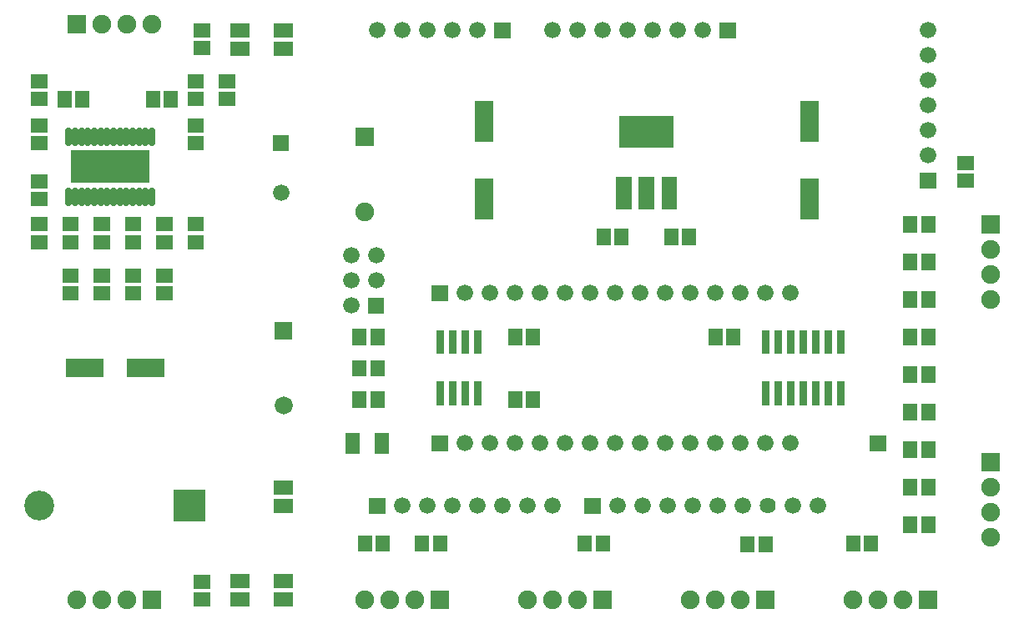
<source format=gbr>
G04 start of page 5 for group -4063 idx -4063 *
G04 Title: (unknown), componentmask *
G04 Creator: pcb 4.0.2 *
G04 CreationDate: Wed Apr  1 14:15:11 2020 UTC *
G04 For: shyam *
G04 Format: Gerber/RS-274X *
G04 PCB-Dimensions (mil): 4100.00 2500.00 *
G04 PCB-Coordinate-Origin: lower left *
%MOIN*%
%FSLAX25Y25*%
%LNTOPMASK*%
%ADD98C,0.0257*%
%ADD97C,0.0257*%
%ADD96C,0.0720*%
%ADD95C,0.0640*%
%ADD94C,0.0750*%
%ADD93C,0.1190*%
%ADD92C,0.0001*%
%ADD91C,0.0660*%
G54D91*X271000Y47500D03*
G54D92*G36*
X237700Y50800D02*Y44200D01*
X244300D01*
Y50800D01*
X237700D01*
G37*
G54D91*X251000Y47500D03*
X261000D03*
G54D92*G36*
X151700Y50800D02*Y44200D01*
X158300D01*
Y50800D01*
X151700D01*
G37*
G54D91*X165000Y47500D03*
X175000D03*
X185000D03*
X195000D03*
X205000D03*
X215000D03*
X225000D03*
G54D92*G36*
X73650Y53850D02*Y41150D01*
X86350D01*
Y53850D01*
X73650D01*
G37*
G54D93*X20000Y47500D03*
G54D92*G36*
X176250Y13750D02*Y6250D01*
X183750D01*
Y13750D01*
X176250D01*
G37*
G54D94*X170000Y10000D03*
X160000D03*
X150000D03*
G54D92*G36*
X241250Y13750D02*Y6250D01*
X248750D01*
Y13750D01*
X241250D01*
G37*
G54D94*X235000Y10000D03*
X225000D03*
X215000D03*
G54D92*G36*
X61250Y13750D02*Y6250D01*
X68750D01*
Y13750D01*
X61250D01*
G37*
G54D94*X55000Y10000D03*
X45000D03*
X35000D03*
G54D91*X210000Y72500D03*
X220000D03*
X230000D03*
X240000D03*
X250000D03*
G54D92*G36*
X176700Y75800D02*Y69200D01*
X183300D01*
Y75800D01*
X176700D01*
G37*
G54D91*X190000Y72500D03*
X200000D03*
X260000D03*
X270000D03*
G54D92*G36*
X396250Y68750D02*Y61250D01*
X403750D01*
Y68750D01*
X396250D01*
G37*
G36*
X351700Y75800D02*Y69200D01*
X358300D01*
Y75800D01*
X351700D01*
G37*
G54D94*X400000Y55000D03*
Y45000D03*
Y35000D03*
G54D92*G36*
X371250Y13750D02*Y6250D01*
X378750D01*
Y13750D01*
X371250D01*
G37*
G54D94*X365000Y10000D03*
X355000D03*
X345000D03*
G54D92*G36*
X176700Y135800D02*Y129200D01*
X183300D01*
Y135800D01*
X176700D01*
G37*
G54D91*X190000Y132500D03*
X200000D03*
X210000D03*
X220000D03*
X230000D03*
X320000D03*
X240000D03*
X250000D03*
X260000D03*
X270000D03*
X280000D03*
X290000D03*
X300000D03*
X310000D03*
G54D92*G36*
X306250Y13750D02*Y6250D01*
X313750D01*
Y13750D01*
X306250D01*
G37*
G54D94*X300000Y10000D03*
X290000D03*
X280000D03*
G54D95*X311000Y47500D03*
G54D91*X281000D03*
X301000D03*
X291000D03*
X331000D03*
X321000D03*
X280000Y72500D03*
X290000D03*
X300000D03*
X310000D03*
X320000D03*
G54D92*G36*
X396250Y163750D02*Y156250D01*
X403750D01*
Y163750D01*
X396250D01*
G37*
G36*
X371700Y180800D02*Y174200D01*
X378300D01*
Y180800D01*
X371700D01*
G37*
G54D94*X400000Y150000D03*
Y140000D03*
Y130000D03*
G54D91*X375000Y187500D03*
Y197500D03*
Y207500D03*
Y217500D03*
Y227500D03*
Y237500D03*
G54D92*G36*
X291700Y240800D02*Y234200D01*
X298300D01*
Y240800D01*
X291700D01*
G37*
G54D91*X285000Y237500D03*
X275000D03*
X265000D03*
X255000D03*
X245000D03*
X235000D03*
X225000D03*
G54D92*G36*
X201700Y240800D02*Y234200D01*
X208300D01*
Y240800D01*
X201700D01*
G37*
G54D91*X154500Y137500D03*
X144500D03*
X154500Y147500D03*
X144500D03*
G54D92*G36*
X151200Y130800D02*Y124200D01*
X157800D01*
Y130800D01*
X151200D01*
G37*
G54D91*X144500Y127500D03*
G54D92*G36*
X113900Y121100D02*Y113900D01*
X121100D01*
Y121100D01*
X113900D01*
G37*
G54D96*X117500Y87500D03*
G54D94*X150000Y165000D03*
G54D91*X195000Y237500D03*
X185000D03*
X175000D03*
X165000D03*
X155000D03*
G54D92*G36*
X31250Y243750D02*Y236250D01*
X38750D01*
Y243750D01*
X31250D01*
G37*
G54D94*X45000Y240000D03*
X55000D03*
X65000D03*
G54D92*G36*
X146250Y198750D02*Y191250D01*
X153750D01*
Y198750D01*
X146250D01*
G37*
G36*
X113200Y195800D02*Y189200D01*
X119800D01*
Y195800D01*
X113200D01*
G37*
G54D91*X116500Y172500D03*
G54D97*X48367Y187323D03*
X44037D03*
X52697Y178663D03*
Y182993D03*
Y187323D03*
X57028Y178663D03*
Y182993D03*
Y187323D03*
X44037Y178663D03*
X39706D03*
Y182993D03*
X44037D03*
X39706Y187323D03*
X48367Y182993D03*
Y178663D03*
G54D92*G36*
X182859Y35752D02*X177141D01*
Y29248D01*
X182859D01*
Y35752D01*
G37*
G36*
X175773D02*X170055D01*
Y29248D01*
X175773D01*
Y35752D01*
G37*
G36*
X240773D02*X235055D01*
Y29248D01*
X240773D01*
Y35752D01*
G37*
G36*
X247859D02*X242141D01*
Y29248D01*
X247859D01*
Y35752D01*
G37*
G36*
X159945D02*X154227D01*
Y29248D01*
X159945D01*
Y35752D01*
G37*
G36*
X152859D02*X147141D01*
Y29248D01*
X152859D01*
Y35752D01*
G37*
G36*
X113650Y50350D02*Y44650D01*
X121350D01*
Y50350D01*
X113650D01*
G37*
G36*
X96150Y12850D02*Y7150D01*
X103850D01*
Y12850D01*
X96150D01*
G37*
G36*
Y20250D02*Y14550D01*
X103850D01*
Y20250D01*
X96150D01*
G37*
G36*
X81748Y12859D02*Y7141D01*
X88252D01*
Y12859D01*
X81748D01*
G37*
G36*
Y19945D02*Y14227D01*
X88252D01*
Y19945D01*
X81748D01*
G37*
G36*
X113650Y12850D02*Y7150D01*
X121350D01*
Y12850D01*
X113650D01*
G37*
G36*
Y20250D02*Y14550D01*
X121350D01*
Y20250D01*
X113650D01*
G37*
G36*
X212859Y93252D02*X207141D01*
Y86748D01*
X212859D01*
Y93252D01*
G37*
G36*
X219945D02*X214227D01*
Y86748D01*
X219945D01*
Y93252D01*
G37*
G36*
Y118252D02*X214227D01*
Y111748D01*
X219945D01*
Y118252D01*
G37*
G36*
X212859D02*X207141D01*
Y111748D01*
X212859D01*
Y118252D01*
G37*
G36*
X201165Y178192D02*X193835D01*
Y161807D01*
X201165D01*
Y178192D01*
G37*
G36*
Y209293D02*X193835D01*
Y192908D01*
X201165D01*
Y209293D01*
G37*
G36*
X255359Y158252D02*X249641D01*
Y151748D01*
X255359D01*
Y158252D01*
G37*
G36*
X248273D02*X242555D01*
Y151748D01*
X248273D01*
Y158252D01*
G37*
G36*
X275359D02*X269641D01*
Y151748D01*
X275359D01*
Y158252D01*
G37*
G36*
X282445D02*X276727D01*
Y151748D01*
X282445D01*
Y158252D01*
G37*
G36*
X292859Y118252D02*X287141D01*
Y111748D01*
X292859D01*
Y118252D01*
G37*
G36*
X299945D02*X294227D01*
Y111748D01*
X299945D01*
Y118252D01*
G37*
G36*
X256600Y178900D02*X250400D01*
Y166100D01*
X256600D01*
Y178900D01*
G37*
G36*
X265600D02*X259400D01*
Y166100D01*
X265600D01*
Y178900D01*
G37*
G36*
X274700D02*X268500D01*
Y166100D01*
X274700D01*
Y178900D01*
G37*
G36*
X251600Y203300D02*Y190500D01*
X273400D01*
Y203300D01*
X251600D01*
G37*
G36*
X113650Y57750D02*Y52050D01*
X121350D01*
Y57750D01*
X113650D01*
G37*
G36*
X305773Y35359D02*X300055D01*
Y28855D01*
X305773D01*
Y35359D01*
G37*
G36*
X157859Y93252D02*X152141D01*
Y86748D01*
X157859D01*
Y93252D01*
G37*
G36*
Y105752D02*X152141D01*
Y99248D01*
X157859D01*
Y105752D01*
G37*
G36*
Y118252D02*X152141D01*
Y111748D01*
X157859D01*
Y118252D01*
G37*
G36*
X159669Y76540D02*X153951D01*
Y68460D01*
X159669D01*
Y76540D01*
G37*
G36*
X150773Y93252D02*X145055D01*
Y86748D01*
X150773D01*
Y93252D01*
G37*
G36*
Y105752D02*X145055D01*
Y99248D01*
X150773D01*
Y105752D01*
G37*
G36*
Y118252D02*X145055D01*
Y111748D01*
X150773D01*
Y118252D01*
G37*
G36*
X147859Y76540D02*X142141D01*
Y68460D01*
X147859D01*
Y76540D01*
G37*
G36*
X181500Y97250D02*X178500D01*
Y87750D01*
X181500D01*
Y97250D01*
G37*
G36*
X186500D02*X183500D01*
Y87750D01*
X186500D01*
Y97250D01*
G37*
G36*
X191500D02*X188500D01*
Y87750D01*
X191500D01*
Y97250D01*
G37*
G36*
X196500D02*X193500D01*
Y87750D01*
X196500D01*
Y97250D01*
G37*
G36*
Y117750D02*X193500D01*
Y108250D01*
X196500D01*
Y117750D01*
G37*
G36*
X191500D02*X188500D01*
Y108250D01*
X191500D01*
Y117750D01*
G37*
G36*
X186500D02*X183500D01*
Y108250D01*
X186500D01*
Y117750D01*
G37*
G36*
X181500D02*X178500D01*
Y108250D01*
X181500D01*
Y117750D01*
G37*
G36*
X377859Y58252D02*X372141D01*
Y51748D01*
X377859D01*
Y58252D01*
G37*
G36*
X370773D02*X365055D01*
Y51748D01*
X370773D01*
Y58252D01*
G37*
G36*
Y73252D02*X365055D01*
Y66748D01*
X370773D01*
Y73252D01*
G37*
G36*
X377859D02*X372141D01*
Y66748D01*
X377859D01*
Y73252D01*
G37*
G36*
Y43252D02*X372141D01*
Y36748D01*
X377859D01*
Y43252D01*
G37*
G36*
X370773D02*X365055D01*
Y36748D01*
X370773D01*
Y43252D01*
G37*
G36*
X347859Y35752D02*X342141D01*
Y29248D01*
X347859D01*
Y35752D01*
G37*
G36*
X354945D02*X349227D01*
Y29248D01*
X354945D01*
Y35752D01*
G37*
G36*
X312859Y35359D02*X307141D01*
Y28855D01*
X312859D01*
Y35359D01*
G37*
G36*
X370773Y163252D02*X365055D01*
Y156748D01*
X370773D01*
Y163252D01*
G37*
G36*
X377859D02*X372141D01*
Y156748D01*
X377859D01*
Y163252D01*
G37*
G36*
Y148252D02*X372141D01*
Y141748D01*
X377859D01*
Y148252D01*
G37*
G36*
X370773D02*X365055D01*
Y141748D01*
X370773D01*
Y148252D01*
G37*
G36*
X377859Y133252D02*X372141D01*
Y126748D01*
X377859D01*
Y133252D01*
G37*
G36*
X370773D02*X365055D01*
Y126748D01*
X370773D01*
Y133252D01*
G37*
G36*
X386748Y180359D02*Y174641D01*
X393252D01*
Y180359D01*
X386748D01*
G37*
G36*
Y187445D02*Y181727D01*
X393252D01*
Y187445D01*
X386748D01*
G37*
G36*
X377859Y88252D02*X372141D01*
Y81748D01*
X377859D01*
Y88252D01*
G37*
G36*
X370773D02*X365055D01*
Y81748D01*
X370773D01*
Y88252D01*
G37*
G36*
X377859Y103252D02*X372141D01*
Y96748D01*
X377859D01*
Y103252D01*
G37*
G36*
X370773D02*X365055D01*
Y96748D01*
X370773D01*
Y103252D01*
G37*
G36*
X377859Y118252D02*X372141D01*
Y111748D01*
X377859D01*
Y118252D01*
G37*
G36*
X370773D02*X365055D01*
Y111748D01*
X370773D01*
Y118252D01*
G37*
G36*
X311500Y97250D02*X308500D01*
Y87750D01*
X311500D01*
Y97250D01*
G37*
G36*
X316500D02*X313500D01*
Y87750D01*
X316500D01*
Y97250D01*
G37*
G36*
X321500D02*X318500D01*
Y87750D01*
X321500D01*
Y97250D01*
G37*
G36*
X326500D02*X323500D01*
Y87750D01*
X326500D01*
Y97250D01*
G37*
G36*
X331500D02*X328500D01*
Y87750D01*
X331500D01*
Y97250D01*
G37*
G36*
X336500D02*X333500D01*
Y87750D01*
X336500D01*
Y97250D01*
G37*
G36*
X341500D02*X338500D01*
Y87750D01*
X341500D01*
Y97250D01*
G37*
G36*
Y117750D02*X338500D01*
Y108250D01*
X341500D01*
Y117750D01*
G37*
G36*
X336500D02*X333500D01*
Y108250D01*
X336500D01*
Y117750D01*
G37*
G36*
X331500D02*X328500D01*
Y108250D01*
X331500D01*
Y117750D01*
G37*
G36*
X326500D02*X323500D01*
Y108250D01*
X326500D01*
Y117750D01*
G37*
G36*
X321500D02*X318500D01*
Y108250D01*
X321500D01*
Y117750D01*
G37*
G36*
X316500D02*X313500D01*
Y108250D01*
X316500D01*
Y117750D01*
G37*
G36*
X311500D02*X308500D01*
Y108250D01*
X311500D01*
Y117750D01*
G37*
G36*
X331165Y178192D02*X323835D01*
Y161807D01*
X331165D01*
Y178192D01*
G37*
G36*
Y209293D02*X323835D01*
Y192908D01*
X331165D01*
Y209293D01*
G37*
G36*
X68273Y213252D02*X62555D01*
Y206748D01*
X68273D01*
Y213252D01*
G37*
G36*
X75359D02*X69641D01*
Y206748D01*
X75359D01*
Y213252D01*
G37*
G36*
X16748Y219945D02*Y214227D01*
X23252D01*
Y219945D01*
X16748D01*
G37*
G36*
Y212859D02*Y207141D01*
X23252D01*
Y212859D01*
X16748D01*
G37*
G36*
X32859Y213252D02*X27141D01*
Y206748D01*
X32859D01*
Y213252D01*
G37*
G36*
X39945D02*X34227D01*
Y206748D01*
X39945D01*
Y213252D01*
G37*
G36*
X91748Y219945D02*Y214227D01*
X98252D01*
Y219945D01*
X91748D01*
G37*
G36*
Y212859D02*Y207141D01*
X98252D01*
Y212859D01*
X91748D01*
G37*
G36*
X79248Y219945D02*Y214227D01*
X85752D01*
Y219945D01*
X79248D01*
G37*
G36*
X113650Y232950D02*Y227250D01*
X121350D01*
Y232950D01*
X113650D01*
G37*
G36*
X96150D02*Y227250D01*
X103850D01*
Y232950D01*
X96150D01*
G37*
G36*
X81748Y233273D02*Y227555D01*
X88252D01*
Y233273D01*
X81748D01*
G37*
G36*
X113650Y240350D02*Y234650D01*
X121350D01*
Y240350D01*
X113650D01*
G37*
G36*
X96150D02*Y234650D01*
X103850D01*
Y240350D01*
X96150D01*
G37*
G36*
X81748Y240359D02*Y234641D01*
X88252D01*
Y240359D01*
X81748D01*
G37*
G36*
X16748Y195359D02*Y189641D01*
X23252D01*
Y195359D01*
X16748D01*
G37*
G36*
Y202445D02*Y196727D01*
X23252D01*
Y202445D01*
X16748D01*
G37*
G36*
X79248Y212859D02*Y207141D01*
X85752D01*
Y212859D01*
X79248D01*
G37*
G36*
Y202445D02*Y196727D01*
X85752D01*
Y202445D01*
X79248D01*
G37*
G36*
Y195359D02*Y189641D01*
X85752D01*
Y195359D01*
X79248D01*
G37*
G54D98*X31734Y197264D02*Y192737D01*
X34293Y197264D02*Y192737D01*
X36852Y197264D02*Y192737D01*
X39411Y197264D02*Y192737D01*
X41970Y197264D02*Y192737D01*
X44529Y197264D02*Y192737D01*
X47088Y197264D02*Y192737D01*
X49646Y197264D02*Y192737D01*
X52205Y197264D02*Y192737D01*
X54764Y197264D02*Y192737D01*
X57323Y197264D02*Y192737D01*
X59882Y197264D02*Y192737D01*
X62441Y197264D02*Y192737D01*
X65000Y197264D02*Y192737D01*
G54D92*G36*
X16748Y179945D02*Y174227D01*
X23252D01*
Y179945D01*
X16748D01*
G37*
G36*
Y172859D02*Y167141D01*
X23252D01*
Y172859D01*
X16748D01*
G37*
G36*
X29248Y162859D02*Y157141D01*
X35752D01*
Y162859D01*
X29248D01*
G37*
G36*
Y155773D02*Y150055D01*
X35752D01*
Y155773D01*
X29248D01*
G37*
G36*
X16748D02*Y150055D01*
X23252D01*
Y155773D01*
X16748D01*
G37*
G36*
Y162859D02*Y157141D01*
X23252D01*
Y162859D01*
X16748D01*
G37*
G54D98*X34293Y173249D02*Y168722D01*
X31734Y173249D02*Y168722D01*
G54D92*G36*
X29248Y135359D02*Y129641D01*
X35752D01*
Y135359D01*
X29248D01*
G37*
G36*
X54248D02*Y129641D01*
X60752D01*
Y135359D01*
X54248D01*
G37*
G36*
X66748D02*Y129641D01*
X73252D01*
Y135359D01*
X66748D01*
G37*
G36*
X41748D02*Y129641D01*
X48252D01*
Y135359D01*
X41748D01*
G37*
G36*
X29248Y142445D02*Y136727D01*
X35752D01*
Y142445D01*
X29248D01*
G37*
G36*
X54248D02*Y136727D01*
X60752D01*
Y142445D01*
X54248D01*
G37*
G36*
X66748D02*Y136727D01*
X73252D01*
Y142445D01*
X66748D01*
G37*
G36*
X41748D02*Y136727D01*
X48252D01*
Y142445D01*
X41748D01*
G37*
G36*
X54898Y106165D02*Y98835D01*
X70102D01*
Y106165D01*
X54898D01*
G37*
G36*
X30490D02*Y98835D01*
X45694D01*
Y106165D01*
X30490D01*
G37*
G36*
X79248Y162859D02*Y157141D01*
X85752D01*
Y162859D01*
X79248D01*
G37*
G36*
Y155773D02*Y150055D01*
X85752D01*
Y155773D01*
X79248D01*
G37*
G36*
X66748Y162859D02*Y157141D01*
X73252D01*
Y162859D01*
X66748D01*
G37*
G36*
Y155773D02*Y150055D01*
X73252D01*
Y155773D01*
X66748D01*
G37*
G36*
X41748Y162859D02*Y157141D01*
X48252D01*
Y162859D01*
X41748D01*
G37*
G36*
Y155773D02*Y150055D01*
X48252D01*
Y155773D01*
X41748D01*
G37*
G36*
X54248Y162859D02*Y157141D01*
X60752D01*
Y162859D01*
X54248D01*
G37*
G36*
Y155773D02*Y150055D01*
X60752D01*
Y155773D01*
X54248D01*
G37*
G54D98*X65000Y173249D02*Y168722D01*
X62441Y173249D02*Y168722D01*
X59882Y173249D02*Y168722D01*
G54D92*G36*
X32771Y189495D02*Y176491D01*
X63963D01*
Y189495D01*
X32771D01*
G37*
G54D98*X57323Y173249D02*Y168722D01*
X54764Y173249D02*Y168722D01*
X52205Y173249D02*Y168722D01*
X49646Y173249D02*Y168722D01*
X47088Y173249D02*Y168722D01*
X44529Y173249D02*Y168722D01*
X41970Y173249D02*Y168722D01*
X39411Y173249D02*Y168722D01*
X36852Y173249D02*Y168722D01*
M02*

</source>
